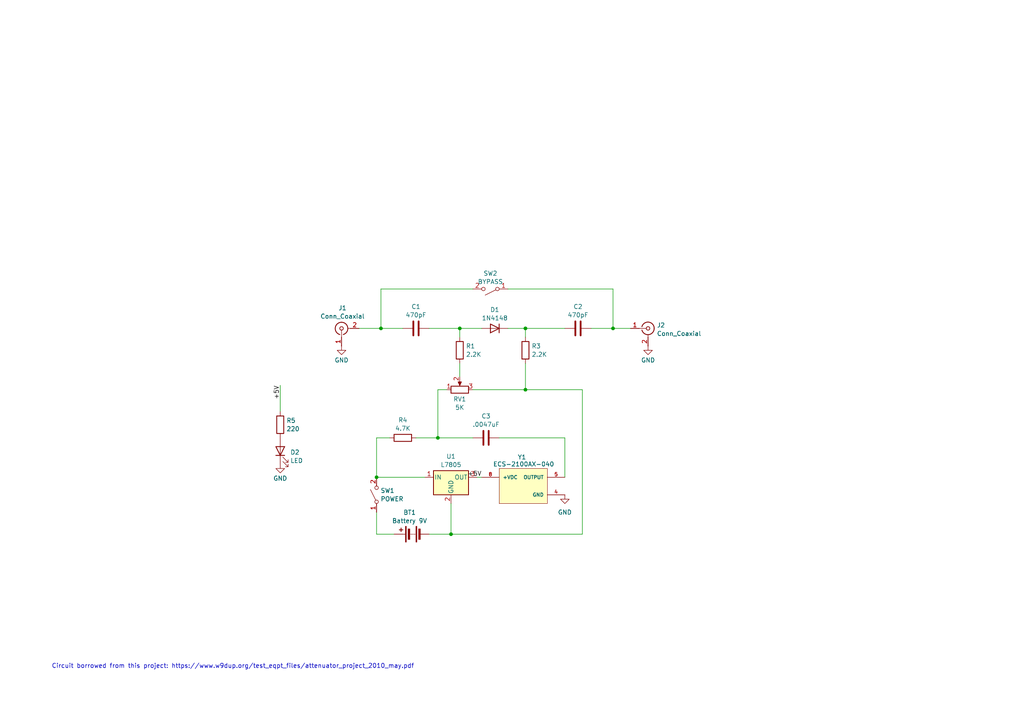
<source format=kicad_sch>
(kicad_sch (version 20250114) (generator "eeschema") (generator_version "9.0")
  (paper "A4")
  (lib_symbols
    (symbol "Connector:Conn_Coaxial" (pin_names (offset 1.016) (hide yes))
      (property "Reference" "J" (at 0.254 3.048 0))
      (property "Value" "Conn_Coaxial" (at 2.921 0 90))
      (symbol "Conn_Coaxial_0_1"
        (polyline (pts (xy -2.54 0) (xy -0.508 0)))
        (arc (start 1.778 0) (mid 0.222 -1.8079) (end -1.778 -0.508) (stroke (width 0.254)))
        (arc (start -1.778 0.508) (mid 0.2221 1.8084) (end 1.778 0) (stroke (width 0.254)))
        (circle (center 0 0) (radius 0.508) (stroke (width 0.2032)))
        (polyline (pts (xy 0 -2.54) (xy 0 -1.778)))
      )
      (symbol "Conn_Coaxial_1_1"
        (pin passive line (at -5.08 0 0) (length 2.54) (name "In") (number "1"))
        (pin passive line (at 0 -5.08 90) (length 2.54) (name "Ext") (number "2"))
      )
    )
    (symbol "Device:Battery" (pin_numbers (hide yes)) (pin_names (offset 0) (hide yes))
      (property "Reference" "BT" (at 2.54 2.54 0))
      (property "Value" "Battery" (at 2.54 0 0))
      (symbol "Battery_0_1"
        (rectangle (start -2.286 1.778) (end 2.286 1.524) (fill (type outline)))
        (rectangle (start -2.286 -1.27) (end 2.286 -1.524) (fill (type outline)))
        (rectangle (start -1.524 1.016) (end 1.524 0.508) (fill (type outline)))
        (rectangle (start -1.524 -2.032) (end 1.524 -2.54) (fill (type outline)))
        (polyline (pts (xy 0 1.778) (xy 0 2.54)))
        (polyline (pts (xy 0 0) (xy 0 0.254)))
        (polyline (pts (xy 0 -0.508) (xy 0 -0.254)))
        (polyline (pts (xy 0 -1.016) (xy 0 -0.762)))
        (polyline (pts (xy 0.762 3.048) (xy 1.778 3.048)) (stroke (width 0.254)))
        (polyline (pts (xy 1.27 3.556) (xy 1.27 2.54)) (stroke (width 0.254)))
      )
      (symbol "Battery_1_1"
        (pin passive line (at 0 5.08 270) (length 2.54) (name "+") (number "1"))
        (pin passive line (at 0 -5.08 90) (length 2.54) (name "-") (number "2"))
      )
    )
    (symbol "Device:C" (pin_numbers (hide yes)) (pin_names (offset 0.254))
      (property "Reference" "C" (at 0.635 2.54 0))
      (property "Value" "C" (at 0.635 -2.54 0))
      (symbol "C_0_1"
        (polyline (pts (xy -2.032 0.762) (xy 2.032 0.762)) (stroke (width 0.508)))
        (polyline (pts (xy -2.032 -0.762) (xy 2.032 -0.762)) (stroke (width 0.508)))
      )
      (symbol "C_1_1"
        (pin passive line (at 0 3.81 270) (length 2.794) (name "~") (number "1"))
        (pin passive line (at 0 -3.81 90) (length 2.794) (name "~") (number "2"))
      )
    )
    (symbol "Device:LED" (pin_numbers (hide yes)) (pin_names (offset 1.016) (hide yes))
      (property "Reference" "D" (at 0 2.54 0))
      (property "Value" "LED" (at 0 -2.54 0))
      (symbol "LED_0_1"
        (polyline (pts (xy -3.048 -0.762) (xy -4.572 -2.286) (xy -3.81 -2.286) (xy -4.572 -2.286) (xy -4.572 -1.524)))
        (polyline (pts (xy -1.778 -0.762) (xy -3.302 -2.286) (xy -2.54 -2.286) (xy -3.302 -2.286) (xy -3.302 -1.524)))
        (polyline (pts (xy -1.27 0) (xy 1.27 0)))
        (polyline (pts (xy -1.27 -1.27) (xy -1.27 1.27)) (stroke (width 0.254)))
        (polyline (pts (xy 1.27 -1.27) (xy 1.27 1.27) (xy -1.27 0) (xy 1.27 -1.27)) (stroke (width 0.254)))
      )
      (symbol "LED_1_1"
        (pin passive line (at -3.81 0 0) (length 2.54) (name "K") (number "1"))
        (pin passive line (at 3.81 0 180) (length 2.54) (name "A") (number "2"))
      )
    )
    (symbol "Device:R" (pin_numbers (hide yes)) (pin_names (offset 0))
      (property "Reference" "R" (at 2.032 0 90))
      (property "Value" "R" (at 0 0 90))
      (symbol "R_0_1"
        (rectangle (start -1.016 -2.54) (end 1.016 2.54) (stroke (width 0.254)))
      )
      (symbol "R_1_1"
        (pin passive line (at 0 3.81 270) (length 1.27) (name "~") (number "1"))
        (pin passive line (at 0 -3.81 90) (length 1.27) (name "~") (number "2"))
      )
    )
    (symbol "Device:R_Potentiometer" (pin_names (offset 1.016) (hide yes))
      (property "Reference" "RV" (at -4.445 0 90))
      (property "Value" "R_Potentiometer" (at -2.54 0 90))
      (symbol "R_Potentiometer_0_1"
        (rectangle (start 1.016 2.54) (end -1.016 -2.54) (stroke (width 0.254)))
        (polyline (pts (xy 1.143 0) (xy 2.286 0.508) (xy 2.286 -0.508) (xy 1.143 0)) (fill (type outline)))
        (polyline (pts (xy 2.54 0) (xy 1.524 0)))
      )
      (symbol "R_Potentiometer_1_1"
        (pin passive line (at 0 3.81 270) (length 1.27) (name "1") (number "1"))
        (pin passive line (at 0 -3.81 90) (length 1.27) (name "3") (number "3"))
        (pin passive line (at 3.81 0 180) (length 1.27) (name "2") (number "2"))
      )
    )
    (symbol "Diode:1N4148" (pin_numbers (hide yes)) (pin_names (hide yes))
      (property "Reference" "D" (at 0 2.54 0))
      (property "Value" "1N4148" (at 0 -2.54 0))
      (symbol "1N4148_0_1"
        (polyline (pts (xy -1.27 1.27) (xy -1.27 -1.27)) (stroke (width 0.254)))
        (polyline (pts (xy 1.27 1.27) (xy 1.27 -1.27) (xy -1.27 0) (xy 1.27 1.27)) (stroke (width 0.254)))
        (polyline (pts (xy 1.27 0) (xy -1.27 0)))
      )
      (symbol "1N4148_1_1"
        (pin passive line (at -3.81 0 0) (length 2.54) (name "K") (number "1"))
        (pin passive line (at 3.81 0 180) (length 2.54) (name "A") (number "2"))
      )
    )
    (symbol "OSC:ECS-2100AX-040" (pin_names (offset 1.016))
      (property "Reference" "Y1" (at 0 10.16 0))
      (property "Value" "ECS-2100AX-040" (at 0 7.62 0))
      (symbol "ECS-2100AX-040_0_0"
        (rectangle (start -12.7 2.54) (end 1.27 -7.62) (stroke (width 0.127)) (fill (type background)))
        (pin input line (at -17.78 0 0) (length 5.08) (name "+VDC") (number "8"))
        (pin output line (at 6.35 0 180) (length 5.08) (name "OUTPUT") (number "5"))
        (pin power_in line (at 6.35 -5.08 180) (length 5.08) (name "GND") (number "4"))
      )
    )
    (symbol "Regulator_Linear:L7805" (pin_names (offset 0.254))
      (property "Reference" "U" (at -3.81 3.175 0))
      (property "Value" "L7805" (at 0 3.175 0))
      (symbol "L7805_0_1"
        (rectangle (start -5.08 1.905) (end 5.08 -5.08) (stroke (width 0.254)) (fill (type background)))
      )
      (symbol "L7805_1_1"
        (pin power_in line (at -7.62 0 0) (length 2.54) (name "IN") (number "1"))
        (pin power_in line (at 0 -7.62 90) (length 2.54) (name "GND") (number "2"))
        (pin power_out line (at 7.62 0 180) (length 2.54) (name "OUT") (number "3"))
      )
    )
    (symbol "Switch:SW_SPST" (pin_names (offset 0) (hide yes))
      (property "Reference" "SW" (at 0 3.175 0))
      (property "Value" "SW_SPST" (at 0 -2.54 0))
      (symbol "SW_SPST_0_0"
        (circle (center -2.032 0) (radius 0.508))
        (polyline (pts (xy -1.524 0.254) (xy 1.524 1.778)))
        (circle (center 2.032 0) (radius 0.508))
      )
      (symbol "SW_SPST_1_1"
        (pin passive line (at -5.08 0 0) (length 2.54) (name "A") (number "1"))
        (pin passive line (at 5.08 0 180) (length 2.54) (name "B") (number "2"))
      )
    )
    (symbol "power:GND" (power) (pin_numbers (hide yes)) (pin_names (offset 0) (hide yes))
      (property "Value" "GND" (at 0 -3.81 0))
      (symbol "GND_0_1"
        (polyline (pts (xy 0 0) (xy 0 -1.27) (xy 1.27 -1.27) (xy 0 -2.54) (xy -1.27 -1.27) (xy 0 -1.27)))
      )
      (symbol "GND_1_1"
        (pin power_in line (at 0 0 270) (length 0) (name "~") (number "1"))
      )
    )
  )
  (text "Circuit borrowed from this project: https://www.w9dup.org/test_eqpt_files/attenuator_project_2010_may.pdf" (at 67.564 193.294 0) (effects (font (size 1.27 1.27))))
  (junction (at 133.35 95.25))
  (junction (at 130.81 154.94))
  (junction (at 109.22 138.43))
  (junction (at 152.4 113.03))
  (junction (at 152.4 95.25))
  (junction (at 110.49 95.25))
  (junction (at 127 127))
  (junction (at 177.8 95.25))
  (wire (pts (xy 130.81 146.05) (xy 130.81 154.94)))
  (wire (pts (xy 133.35 95.25) (xy 124.46 95.25)))
  (wire (pts (xy 137.16 83.82) (xy 110.49 83.82)))
  (wire (pts (xy 177.8 95.25) (xy 182.88 95.25)))
  (wire (pts (xy 127 127) (xy 137.16 127)))
  (wire (pts (xy 152.4 113.03) (xy 168.91 113.03)))
  (wire (pts (xy 163.83 127) (xy 163.83 138.43)))
  (wire (pts (xy 104.14 95.25) (xy 110.49 95.25)))
  (wire (pts (xy 138.43 138.43) (xy 139.7 138.43)))
  (wire (pts (xy 114.3 154.94) (xy 109.22 154.94)))
  (wire (pts (xy 152.4 95.25) (xy 163.83 95.25)))
  (wire (pts (xy 110.49 95.25) (xy 116.84 95.25)))
  (wire (pts (xy 113.03 127) (xy 109.22 127)))
  (wire (pts (xy 109.22 127) (xy 109.22 138.43)))
  (wire (pts (xy 133.35 97.79) (xy 133.35 95.25)))
  (wire (pts (xy 130.81 154.94) (xy 168.91 154.94)))
  (wire (pts (xy 152.4 97.79) (xy 152.4 95.25)))
  (wire (pts (xy 163.83 127) (xy 144.78 127)))
  (wire (pts (xy 133.35 105.41) (xy 133.35 109.22)))
  (wire (pts (xy 137.16 113.03) (xy 152.4 113.03)))
  (wire (pts (xy 177.8 83.82) (xy 177.8 95.25)))
  (wire (pts (xy 171.45 95.25) (xy 177.8 95.25)))
  (wire (pts (xy 168.91 154.94) (xy 168.91 113.03)))
  (wire (pts (xy 133.35 95.25) (xy 139.7 95.25)))
  (wire (pts (xy 130.81 154.94) (xy 124.46 154.94)))
  (wire (pts (xy 81.28 111.76) (xy 81.28 119.38)))
  (wire (pts (xy 152.4 95.25) (xy 147.32 95.25)))
  (wire (pts (xy 120.65 127) (xy 127 127)))
  (wire (pts (xy 147.32 83.82) (xy 177.8 83.82)))
  (wire (pts (xy 127 113.03) (xy 127 127)))
  (wire (pts (xy 109.22 154.94) (xy 109.22 148.59)))
  (wire (pts (xy 129.54 113.03) (xy 127 113.03)))
  (wire (pts (xy 152.4 113.03) (xy 152.4 105.41)))
  (wire (pts (xy 109.22 138.43) (xy 123.19 138.43)))
  (wire (pts (xy 110.49 83.82) (xy 110.49 95.25)))
  (label "+5V" (at 81.28 111.76 270))
  (label "+5V" (at 139.7 138.43 180))
  (symbol (lib_id "Device:LED") (at 81.28 130.81 90) (unit 1)
    (property "Reference" "D2" (at 84.201 131.1853 90) (effects (justify right)))
    (property "Value" "LED" (at 84.201 133.6096 90) (effects (justify right)))
    (property "Footprint" "LED_THT:LED_D5.0mm" (effects (hide yes)))
    (property "Description" "Light emitting diode" (effects (hide yes)))
  )
  (symbol (lib_id "Diode:1N4148") (at 143.51 95.25 180) (unit 1)
    (property "Reference" "D1" (at 143.51 89.8355 0))
    (property "Value" "1N4148" (at 143.51 92.2598 0))
    (property "Footprint" "Diode_THT:D_DO-35_SOD27_P7.62mm_Horizontal" (effects (hide yes)))
    (property "Datasheet" "https://assets.nexperia.com/documents/data-sheet/1N4148_1N4448.pdf" (effects (hide yes)))
    (property "Description" "100V 0.15A standard switching diode, DO-35" (effects (hide yes)))
    (property "Sim.Device" "D" (effects (hide yes)))
    (property "Sim.Pins" "1=K 2=A" (effects (hide yes)))
  )
  (symbol (lib_id "Device:R") (at 81.28 123.19 180) (unit 1)
    (property "Reference" "R5" (at 83.058 121.9778 0) (effects (justify right)))
    (property "Value" "220" (at 83.058 124.4021 0) (effects (justify right)))
    (property "Footprint" "Resistor_THT:R_Axial_DIN0309_L9.0mm_D3.2mm_P12.70mm_Horizontal" (effects (hide yes)))
    (property "Description" "Resistor" (effects (hide yes)))
  )
  (symbol (lib_id "power:GND") (at 99.06 100.33 0) (unit 1)
    (property "Reference" "#PWR01" (effects (hide yes)))
    (property "Value" "GND" (at 99.06 104.4631 0))
    (property "Description" "Power symbol creates a global label with name \"GND\" , ground" (effects (hide yes)))
  )
  (symbol (lib_id "Device:R") (at 152.4 101.6 0) (unit 1)
    (property "Reference" "R3" (at 154.178 100.3878 0) (effects (justify left)))
    (property "Value" "2.2K" (at 154.178 102.8121 0) (effects (justify left)))
    (property "Footprint" "Resistor_THT:R_Axial_DIN0309_L9.0mm_D3.2mm_P12.70mm_Horizontal" (effects (hide yes)))
    (property "Description" "Resistor" (effects (hide yes)))
  )
  (symbol (lib_id "Device:C") (at 140.97 127 90) (unit 1)
    (property "Reference" "C3" (at 140.97 120.6965 90))
    (property "Value" ".0047uF" (at 140.97 123.1208 90))
    (property "Footprint" "Capacitor_THT:C_Disc_D5.0mm_W2.5mm_P5.00mm" (effects (hide yes)))
    (property "Description" "Unpolarized capacitor" (effects (hide yes)))
  )
  (symbol (lib_id "power:GND") (at 187.96 100.33 0) (unit 1)
    (property "Reference" "#PWR02" (effects (hide yes)))
    (property "Value" "GND" (at 187.96 104.4631 0))
    (property "Description" "Power symbol creates a global label with name \"GND\" , ground" (effects (hide yes)))
  )
  (symbol (lib_id "Device:R_Potentiometer") (at 133.35 113.03 90) (unit 1)
    (property "Reference" "RV1" (at 133.35 115.7661 90))
    (property "Value" "5K" (at 133.35 118.1904 90))
    (property "Footprint" "Library:TRIM_3310Y-001-502L" (effects (hide yes)))
    (property "Description" "Potentiometer" (effects (hide yes)))
  )
  (symbol (lib_id "OSC:ECS-2100AX-040") (at 157.48 138.43 0) (unit 1)
    (property "Reference" "Y1" (at 151.384 132.588 0))
    (property "Value" "ECS-2100AX-040" (at 151.892 134.62 0))
    (property "Footprint" "Library:OSC_ECS-2100AX-040" (effects (hide yes)))
    (property "PARTREV" "N/A" (effects (hide yes)))
    (property "STANDARD" "Manufacturer Recommendation" (effects (hide yes)))
    (property "MANUFACTURER" "ECS Inc." (effects (hide yes)))
  )
  (symbol (lib_id "Device:C") (at 167.64 95.25 90) (unit 1)
    (property "Reference" "C2" (at 167.64 88.9465 90))
    (property "Value" "470pF" (at 167.64 91.3708 90))
    (property "Footprint" "Capacitor_THT:C_Disc_D5.0mm_W2.5mm_P5.00mm" (effects (hide yes)))
    (property "Description" "Unpolarized capacitor" (effects (hide yes)))
  )
  (symbol (lib_id "Device:Battery") (at 119.38 154.94 90) (unit 1)
    (property "Reference" "BT1" (at 118.8085 148.6365 90))
    (property "Value" "Battery 9V" (at 118.8085 151.0608 90))
    (property "Footprint" "Connector_PinHeader_2.54mm:PinHeader_1x02_P2.54mm_Vertical" (effects (hide yes)))
    (property "Description" "Multiple-cell battery" (effects (hide yes)))
  )
  (symbol (lib_id "Device:R") (at 116.84 127 90) (unit 1)
    (property "Reference" "R4" (at 116.84 121.8395 90))
    (property "Value" "4.7K" (at 116.84 124.2638 90))
    (property "Footprint" "Resistor_THT:R_Axial_DIN0309_L9.0mm_D3.2mm_P12.70mm_Horizontal" (effects (hide yes)))
    (property "Description" "Resistor" (effects (hide yes)))
  )
  (symbol (lib_id "power:GND") (at 163.83 143.51 0) (unit 1)
    (property "Reference" "#PWR04" (effects (hide yes)))
    (property "Value" "GND" (at 163.83 148.59 0))
    (property "Description" "Power symbol creates a global label with name \"GND\" , ground" (effects (hide yes)))
  )
  (symbol (lib_id "Connector:Conn_Coaxial") (at 99.06 95.25 90) (unit 1)
    (property "Reference" "J1" (at 99.3532 89.3274 90))
    (property "Value" "Conn_Coaxial" (at 99.3532 91.7517 90))
    (property "Footprint" "Library:CONBNC002" (effects (hide yes)))
    (property "Description" "coaxial connector (BNC, SMA, SMB, SMC, Cinch/RCA, LEMO, ...)" (effects (hide yes)))
  )
  (symbol (lib_id "Device:R") (at 133.35 101.6 0) (unit 1)
    (property "Reference" "R1" (at 135.128 100.3878 0) (effects (justify left)))
    (property "Value" "2.2K" (at 135.128 102.8121 0) (effects (justify left)))
    (property "Footprint" "Resistor_THT:R_Axial_DIN0309_L9.0mm_D3.2mm_P12.70mm_Horizontal" (effects (hide yes)))
    (property "Description" "Resistor" (effects (hide yes)))
  )
  (symbol (lib_id "Device:C") (at 120.65 95.25 90) (unit 1)
    (property "Reference" "C1" (at 120.65 88.9465 90))
    (property "Value" "470pF" (at 120.65 91.3708 90))
    (property "Footprint" "Capacitor_THT:C_Disc_D5.0mm_W2.5mm_P5.00mm" (effects (hide yes)))
    (property "Description" "Unpolarized capacitor" (effects (hide yes)))
  )
  (symbol (lib_id "Switch:SW_SPST") (at 142.24 83.82 180) (unit 1)
    (property "Reference" "SW2" (at 142.24 79.2945 0))
    (property "Value" "BYPASS" (at 142.24 81.7188 0))
    (property "Footprint" "Library:SWT3" (effects (hide yes)))
    (property "Description" "Single Pole Single Throw (SPST) switch" (effects (hide yes)))
  )
  (symbol (lib_id "Regulator_Linear:L7805") (at 130.81 138.43 0) (unit 1)
    (property "Reference" "U1" (at 130.81 132.3805 0))
    (property "Value" "L7805" (at 130.81 134.8048 0))
    (property "Footprint" "Package_TO_SOT_THT:TO-220-3_Vertical" (effects (hide yes)))
    (property "Datasheet" "http://www.st.com/content/ccc/resource/technical/document/datasheet/41/4f/b3/b0/12/d4/47/88/CD00000444.pdf/files/CD00000444.pdf/jcr:content/translations/en.CD00000444.pdf" (effects (hide yes)))
    (property "Description" "Positive 1.5A 35V Linear Regulator, Fixed Output 5V, TO-220/TO-263/TO-252" (effects (hide yes)))
  )
  (symbol (lib_id "power:GND") (at 81.28 134.62 0) (unit 1)
    (property "Reference" "#PWR03" (effects (hide yes)))
    (property "Value" "GND" (at 81.28 138.7531 0))
    (property "Description" "Power symbol creates a global label with name \"GND\" , ground" (effects (hide yes)))
  )
  (symbol (lib_id "Switch:SW_SPST") (at 109.22 143.51 90) (unit 1)
    (property "Reference" "SW1" (at 110.363 142.2978 90) (effects (justify right)))
    (property "Value" "POWER" (at 110.363 144.7221 90) (effects (justify right)))
    (property "Footprint" "Library:SWT3" (effects (hide yes)))
    (property "Description" "Single Pole Single Throw (SPST) switch" (effects (hide yes)))
  )
  (symbol (lib_id "Connector:Conn_Coaxial") (at 187.96 95.25 0) (unit 1)
    (property "Reference" "J2" (at 190.5001 94.331 0) (effects (justify left)))
    (property "Value" "Conn_Coaxial" (at 190.5001 96.7553 0) (effects (justify left)))
    (property "Footprint" "Library:CONBNC002" (effects (hide yes)))
    (property "Description" "coaxial connector (BNC, SMA, SMB, SMC, Cinch/RCA, LEMO, ...)" (effects (hide yes)))
  )
)
</source>
